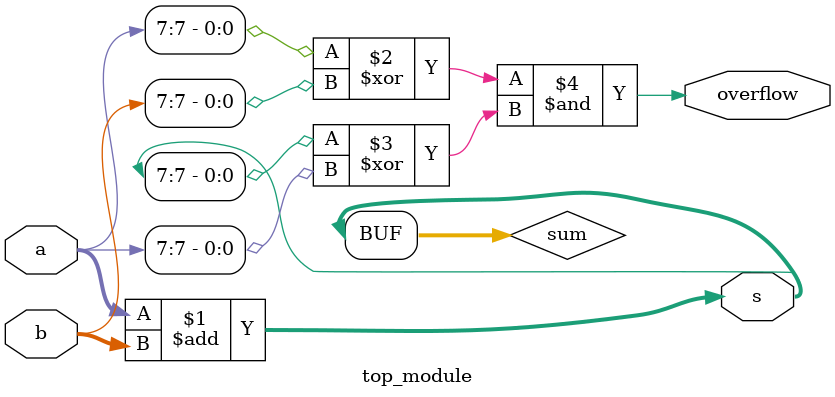
<source format=sv>
module top_module (
    input [7:0] a,
    input [7:0] b,
    output [7:0] s,
    output overflow
);
    wire [7:0] sum;
    
    // Assign the sum of inputs 'a' and 'b' to the 'sum' wire
    assign sum = a + b;
    
    // Assign the 8 least significant bits of 'sum' to the output 's'
    assign s = sum[7:0];
    
    // Assign the overflow output based on the logical expression
    assign overflow = (a[7] ^ b[7]) & (s[7] ^ a[7]);
    
endmodule

</source>
